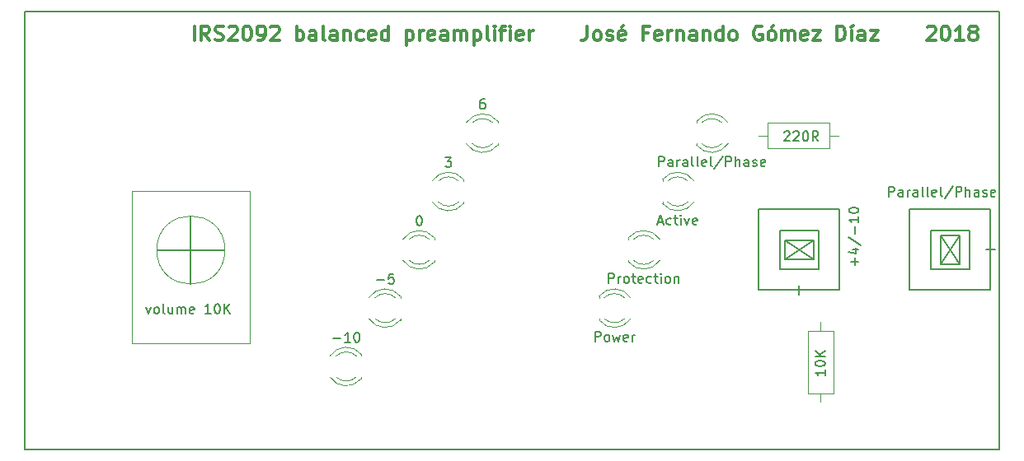
<source format=gto>
G04 #@! TF.FileFunction,Legend,Top*
%FSLAX46Y46*%
G04 Gerber Fmt 4.6, Leading zero omitted, Abs format (unit mm)*
G04 Created by KiCad (PCBNEW 4.0.7) date 03/19/18 22:43:46*
%MOMM*%
%LPD*%
G01*
G04 APERTURE LIST*
%ADD10C,0.100000*%
%ADD11C,0.300000*%
%ADD12C,0.150000*%
%ADD13C,0.120000*%
G04 APERTURE END LIST*
D10*
D11*
X136091432Y-76873571D02*
X136091432Y-75373571D01*
X137662861Y-76873571D02*
X137162861Y-76159286D01*
X136805718Y-76873571D02*
X136805718Y-75373571D01*
X137377146Y-75373571D01*
X137520004Y-75445000D01*
X137591432Y-75516429D01*
X137662861Y-75659286D01*
X137662861Y-75873571D01*
X137591432Y-76016429D01*
X137520004Y-76087857D01*
X137377146Y-76159286D01*
X136805718Y-76159286D01*
X138234289Y-76802143D02*
X138448575Y-76873571D01*
X138805718Y-76873571D01*
X138948575Y-76802143D01*
X139020004Y-76730714D01*
X139091432Y-76587857D01*
X139091432Y-76445000D01*
X139020004Y-76302143D01*
X138948575Y-76230714D01*
X138805718Y-76159286D01*
X138520004Y-76087857D01*
X138377146Y-76016429D01*
X138305718Y-75945000D01*
X138234289Y-75802143D01*
X138234289Y-75659286D01*
X138305718Y-75516429D01*
X138377146Y-75445000D01*
X138520004Y-75373571D01*
X138877146Y-75373571D01*
X139091432Y-75445000D01*
X139662860Y-75516429D02*
X139734289Y-75445000D01*
X139877146Y-75373571D01*
X140234289Y-75373571D01*
X140377146Y-75445000D01*
X140448575Y-75516429D01*
X140520003Y-75659286D01*
X140520003Y-75802143D01*
X140448575Y-76016429D01*
X139591432Y-76873571D01*
X140520003Y-76873571D01*
X141448574Y-75373571D02*
X141591431Y-75373571D01*
X141734288Y-75445000D01*
X141805717Y-75516429D01*
X141877146Y-75659286D01*
X141948574Y-75945000D01*
X141948574Y-76302143D01*
X141877146Y-76587857D01*
X141805717Y-76730714D01*
X141734288Y-76802143D01*
X141591431Y-76873571D01*
X141448574Y-76873571D01*
X141305717Y-76802143D01*
X141234288Y-76730714D01*
X141162860Y-76587857D01*
X141091431Y-76302143D01*
X141091431Y-75945000D01*
X141162860Y-75659286D01*
X141234288Y-75516429D01*
X141305717Y-75445000D01*
X141448574Y-75373571D01*
X142662859Y-76873571D02*
X142948574Y-76873571D01*
X143091431Y-76802143D01*
X143162859Y-76730714D01*
X143305717Y-76516429D01*
X143377145Y-76230714D01*
X143377145Y-75659286D01*
X143305717Y-75516429D01*
X143234288Y-75445000D01*
X143091431Y-75373571D01*
X142805717Y-75373571D01*
X142662859Y-75445000D01*
X142591431Y-75516429D01*
X142520002Y-75659286D01*
X142520002Y-76016429D01*
X142591431Y-76159286D01*
X142662859Y-76230714D01*
X142805717Y-76302143D01*
X143091431Y-76302143D01*
X143234288Y-76230714D01*
X143305717Y-76159286D01*
X143377145Y-76016429D01*
X143948573Y-75516429D02*
X144020002Y-75445000D01*
X144162859Y-75373571D01*
X144520002Y-75373571D01*
X144662859Y-75445000D01*
X144734288Y-75516429D01*
X144805716Y-75659286D01*
X144805716Y-75802143D01*
X144734288Y-76016429D01*
X143877145Y-76873571D01*
X144805716Y-76873571D01*
X146591430Y-76873571D02*
X146591430Y-75373571D01*
X146591430Y-75945000D02*
X146734287Y-75873571D01*
X147020001Y-75873571D01*
X147162858Y-75945000D01*
X147234287Y-76016429D01*
X147305716Y-76159286D01*
X147305716Y-76587857D01*
X147234287Y-76730714D01*
X147162858Y-76802143D01*
X147020001Y-76873571D01*
X146734287Y-76873571D01*
X146591430Y-76802143D01*
X148591430Y-76873571D02*
X148591430Y-76087857D01*
X148520001Y-75945000D01*
X148377144Y-75873571D01*
X148091430Y-75873571D01*
X147948573Y-75945000D01*
X148591430Y-76802143D02*
X148448573Y-76873571D01*
X148091430Y-76873571D01*
X147948573Y-76802143D01*
X147877144Y-76659286D01*
X147877144Y-76516429D01*
X147948573Y-76373571D01*
X148091430Y-76302143D01*
X148448573Y-76302143D01*
X148591430Y-76230714D01*
X149520002Y-76873571D02*
X149377144Y-76802143D01*
X149305716Y-76659286D01*
X149305716Y-75373571D01*
X150734287Y-76873571D02*
X150734287Y-76087857D01*
X150662858Y-75945000D01*
X150520001Y-75873571D01*
X150234287Y-75873571D01*
X150091430Y-75945000D01*
X150734287Y-76802143D02*
X150591430Y-76873571D01*
X150234287Y-76873571D01*
X150091430Y-76802143D01*
X150020001Y-76659286D01*
X150020001Y-76516429D01*
X150091430Y-76373571D01*
X150234287Y-76302143D01*
X150591430Y-76302143D01*
X150734287Y-76230714D01*
X151448573Y-75873571D02*
X151448573Y-76873571D01*
X151448573Y-76016429D02*
X151520001Y-75945000D01*
X151662859Y-75873571D01*
X151877144Y-75873571D01*
X152020001Y-75945000D01*
X152091430Y-76087857D01*
X152091430Y-76873571D01*
X153448573Y-76802143D02*
X153305716Y-76873571D01*
X153020002Y-76873571D01*
X152877144Y-76802143D01*
X152805716Y-76730714D01*
X152734287Y-76587857D01*
X152734287Y-76159286D01*
X152805716Y-76016429D01*
X152877144Y-75945000D01*
X153020002Y-75873571D01*
X153305716Y-75873571D01*
X153448573Y-75945000D01*
X154662858Y-76802143D02*
X154520001Y-76873571D01*
X154234287Y-76873571D01*
X154091430Y-76802143D01*
X154020001Y-76659286D01*
X154020001Y-76087857D01*
X154091430Y-75945000D01*
X154234287Y-75873571D01*
X154520001Y-75873571D01*
X154662858Y-75945000D01*
X154734287Y-76087857D01*
X154734287Y-76230714D01*
X154020001Y-76373571D01*
X156020001Y-76873571D02*
X156020001Y-75373571D01*
X156020001Y-76802143D02*
X155877144Y-76873571D01*
X155591430Y-76873571D01*
X155448572Y-76802143D01*
X155377144Y-76730714D01*
X155305715Y-76587857D01*
X155305715Y-76159286D01*
X155377144Y-76016429D01*
X155448572Y-75945000D01*
X155591430Y-75873571D01*
X155877144Y-75873571D01*
X156020001Y-75945000D01*
X157877144Y-75873571D02*
X157877144Y-77373571D01*
X157877144Y-75945000D02*
X158020001Y-75873571D01*
X158305715Y-75873571D01*
X158448572Y-75945000D01*
X158520001Y-76016429D01*
X158591430Y-76159286D01*
X158591430Y-76587857D01*
X158520001Y-76730714D01*
X158448572Y-76802143D01*
X158305715Y-76873571D01*
X158020001Y-76873571D01*
X157877144Y-76802143D01*
X159234287Y-76873571D02*
X159234287Y-75873571D01*
X159234287Y-76159286D02*
X159305715Y-76016429D01*
X159377144Y-75945000D01*
X159520001Y-75873571D01*
X159662858Y-75873571D01*
X160734286Y-76802143D02*
X160591429Y-76873571D01*
X160305715Y-76873571D01*
X160162858Y-76802143D01*
X160091429Y-76659286D01*
X160091429Y-76087857D01*
X160162858Y-75945000D01*
X160305715Y-75873571D01*
X160591429Y-75873571D01*
X160734286Y-75945000D01*
X160805715Y-76087857D01*
X160805715Y-76230714D01*
X160091429Y-76373571D01*
X162091429Y-76873571D02*
X162091429Y-76087857D01*
X162020000Y-75945000D01*
X161877143Y-75873571D01*
X161591429Y-75873571D01*
X161448572Y-75945000D01*
X162091429Y-76802143D02*
X161948572Y-76873571D01*
X161591429Y-76873571D01*
X161448572Y-76802143D01*
X161377143Y-76659286D01*
X161377143Y-76516429D01*
X161448572Y-76373571D01*
X161591429Y-76302143D01*
X161948572Y-76302143D01*
X162091429Y-76230714D01*
X162805715Y-76873571D02*
X162805715Y-75873571D01*
X162805715Y-76016429D02*
X162877143Y-75945000D01*
X163020001Y-75873571D01*
X163234286Y-75873571D01*
X163377143Y-75945000D01*
X163448572Y-76087857D01*
X163448572Y-76873571D01*
X163448572Y-76087857D02*
X163520001Y-75945000D01*
X163662858Y-75873571D01*
X163877143Y-75873571D01*
X164020001Y-75945000D01*
X164091429Y-76087857D01*
X164091429Y-76873571D01*
X164805715Y-75873571D02*
X164805715Y-77373571D01*
X164805715Y-75945000D02*
X164948572Y-75873571D01*
X165234286Y-75873571D01*
X165377143Y-75945000D01*
X165448572Y-76016429D01*
X165520001Y-76159286D01*
X165520001Y-76587857D01*
X165448572Y-76730714D01*
X165377143Y-76802143D01*
X165234286Y-76873571D01*
X164948572Y-76873571D01*
X164805715Y-76802143D01*
X166377144Y-76873571D02*
X166234286Y-76802143D01*
X166162858Y-76659286D01*
X166162858Y-75373571D01*
X166948572Y-76873571D02*
X166948572Y-75873571D01*
X166948572Y-75373571D02*
X166877143Y-75445000D01*
X166948572Y-75516429D01*
X167020000Y-75445000D01*
X166948572Y-75373571D01*
X166948572Y-75516429D01*
X167448572Y-75873571D02*
X168020001Y-75873571D01*
X167662858Y-76873571D02*
X167662858Y-75587857D01*
X167734286Y-75445000D01*
X167877144Y-75373571D01*
X168020001Y-75373571D01*
X168520001Y-76873571D02*
X168520001Y-75873571D01*
X168520001Y-75373571D02*
X168448572Y-75445000D01*
X168520001Y-75516429D01*
X168591429Y-75445000D01*
X168520001Y-75373571D01*
X168520001Y-75516429D01*
X169805715Y-76802143D02*
X169662858Y-76873571D01*
X169377144Y-76873571D01*
X169234287Y-76802143D01*
X169162858Y-76659286D01*
X169162858Y-76087857D01*
X169234287Y-75945000D01*
X169377144Y-75873571D01*
X169662858Y-75873571D01*
X169805715Y-75945000D01*
X169877144Y-76087857D01*
X169877144Y-76230714D01*
X169162858Y-76373571D01*
X170520001Y-76873571D02*
X170520001Y-75873571D01*
X170520001Y-76159286D02*
X170591429Y-76016429D01*
X170662858Y-75945000D01*
X170805715Y-75873571D01*
X170948572Y-75873571D01*
X176448571Y-75373571D02*
X176448571Y-76445000D01*
X176377143Y-76659286D01*
X176234286Y-76802143D01*
X176020000Y-76873571D01*
X175877143Y-76873571D01*
X177377143Y-76873571D02*
X177234285Y-76802143D01*
X177162857Y-76730714D01*
X177091428Y-76587857D01*
X177091428Y-76159286D01*
X177162857Y-76016429D01*
X177234285Y-75945000D01*
X177377143Y-75873571D01*
X177591428Y-75873571D01*
X177734285Y-75945000D01*
X177805714Y-76016429D01*
X177877143Y-76159286D01*
X177877143Y-76587857D01*
X177805714Y-76730714D01*
X177734285Y-76802143D01*
X177591428Y-76873571D01*
X177377143Y-76873571D01*
X178448571Y-76802143D02*
X178591428Y-76873571D01*
X178877143Y-76873571D01*
X179020000Y-76802143D01*
X179091428Y-76659286D01*
X179091428Y-76587857D01*
X179020000Y-76445000D01*
X178877143Y-76373571D01*
X178662857Y-76373571D01*
X178520000Y-76302143D01*
X178448571Y-76159286D01*
X178448571Y-76087857D01*
X178520000Y-75945000D01*
X178662857Y-75873571D01*
X178877143Y-75873571D01*
X179020000Y-75945000D01*
X180305714Y-76802143D02*
X180162857Y-76873571D01*
X179877143Y-76873571D01*
X179734286Y-76802143D01*
X179662857Y-76659286D01*
X179662857Y-76087857D01*
X179734286Y-75945000D01*
X179877143Y-75873571D01*
X180162857Y-75873571D01*
X180305714Y-75945000D01*
X180377143Y-76087857D01*
X180377143Y-76230714D01*
X179662857Y-76373571D01*
X180162857Y-75302143D02*
X179948572Y-75516429D01*
X182662857Y-76087857D02*
X182162857Y-76087857D01*
X182162857Y-76873571D02*
X182162857Y-75373571D01*
X182877143Y-75373571D01*
X184019999Y-76802143D02*
X183877142Y-76873571D01*
X183591428Y-76873571D01*
X183448571Y-76802143D01*
X183377142Y-76659286D01*
X183377142Y-76087857D01*
X183448571Y-75945000D01*
X183591428Y-75873571D01*
X183877142Y-75873571D01*
X184019999Y-75945000D01*
X184091428Y-76087857D01*
X184091428Y-76230714D01*
X183377142Y-76373571D01*
X184734285Y-76873571D02*
X184734285Y-75873571D01*
X184734285Y-76159286D02*
X184805713Y-76016429D01*
X184877142Y-75945000D01*
X185019999Y-75873571D01*
X185162856Y-75873571D01*
X185662856Y-75873571D02*
X185662856Y-76873571D01*
X185662856Y-76016429D02*
X185734284Y-75945000D01*
X185877142Y-75873571D01*
X186091427Y-75873571D01*
X186234284Y-75945000D01*
X186305713Y-76087857D01*
X186305713Y-76873571D01*
X187662856Y-76873571D02*
X187662856Y-76087857D01*
X187591427Y-75945000D01*
X187448570Y-75873571D01*
X187162856Y-75873571D01*
X187019999Y-75945000D01*
X187662856Y-76802143D02*
X187519999Y-76873571D01*
X187162856Y-76873571D01*
X187019999Y-76802143D01*
X186948570Y-76659286D01*
X186948570Y-76516429D01*
X187019999Y-76373571D01*
X187162856Y-76302143D01*
X187519999Y-76302143D01*
X187662856Y-76230714D01*
X188377142Y-75873571D02*
X188377142Y-76873571D01*
X188377142Y-76016429D02*
X188448570Y-75945000D01*
X188591428Y-75873571D01*
X188805713Y-75873571D01*
X188948570Y-75945000D01*
X189019999Y-76087857D01*
X189019999Y-76873571D01*
X190377142Y-76873571D02*
X190377142Y-75373571D01*
X190377142Y-76802143D02*
X190234285Y-76873571D01*
X189948571Y-76873571D01*
X189805713Y-76802143D01*
X189734285Y-76730714D01*
X189662856Y-76587857D01*
X189662856Y-76159286D01*
X189734285Y-76016429D01*
X189805713Y-75945000D01*
X189948571Y-75873571D01*
X190234285Y-75873571D01*
X190377142Y-75945000D01*
X191305714Y-76873571D02*
X191162856Y-76802143D01*
X191091428Y-76730714D01*
X191019999Y-76587857D01*
X191019999Y-76159286D01*
X191091428Y-76016429D01*
X191162856Y-75945000D01*
X191305714Y-75873571D01*
X191519999Y-75873571D01*
X191662856Y-75945000D01*
X191734285Y-76016429D01*
X191805714Y-76159286D01*
X191805714Y-76587857D01*
X191734285Y-76730714D01*
X191662856Y-76802143D01*
X191519999Y-76873571D01*
X191305714Y-76873571D01*
X194377142Y-75445000D02*
X194234285Y-75373571D01*
X194019999Y-75373571D01*
X193805714Y-75445000D01*
X193662856Y-75587857D01*
X193591428Y-75730714D01*
X193519999Y-76016429D01*
X193519999Y-76230714D01*
X193591428Y-76516429D01*
X193662856Y-76659286D01*
X193805714Y-76802143D01*
X194019999Y-76873571D01*
X194162856Y-76873571D01*
X194377142Y-76802143D01*
X194448571Y-76730714D01*
X194448571Y-76230714D01*
X194162856Y-76230714D01*
X195305714Y-76873571D02*
X195162856Y-76802143D01*
X195091428Y-76730714D01*
X195019999Y-76587857D01*
X195019999Y-76159286D01*
X195091428Y-76016429D01*
X195162856Y-75945000D01*
X195305714Y-75873571D01*
X195519999Y-75873571D01*
X195662856Y-75945000D01*
X195734285Y-76016429D01*
X195805714Y-76159286D01*
X195805714Y-76587857D01*
X195734285Y-76730714D01*
X195662856Y-76802143D01*
X195519999Y-76873571D01*
X195305714Y-76873571D01*
X195591428Y-75302143D02*
X195377142Y-75516429D01*
X196448571Y-76873571D02*
X196448571Y-75873571D01*
X196448571Y-76016429D02*
X196519999Y-75945000D01*
X196662857Y-75873571D01*
X196877142Y-75873571D01*
X197019999Y-75945000D01*
X197091428Y-76087857D01*
X197091428Y-76873571D01*
X197091428Y-76087857D02*
X197162857Y-75945000D01*
X197305714Y-75873571D01*
X197519999Y-75873571D01*
X197662857Y-75945000D01*
X197734285Y-76087857D01*
X197734285Y-76873571D01*
X199019999Y-76802143D02*
X198877142Y-76873571D01*
X198591428Y-76873571D01*
X198448571Y-76802143D01*
X198377142Y-76659286D01*
X198377142Y-76087857D01*
X198448571Y-75945000D01*
X198591428Y-75873571D01*
X198877142Y-75873571D01*
X199019999Y-75945000D01*
X199091428Y-76087857D01*
X199091428Y-76230714D01*
X198377142Y-76373571D01*
X199591428Y-75873571D02*
X200377142Y-75873571D01*
X199591428Y-76873571D01*
X200377142Y-76873571D01*
X202091428Y-76873571D02*
X202091428Y-75373571D01*
X202448571Y-75373571D01*
X202662856Y-75445000D01*
X202805714Y-75587857D01*
X202877142Y-75730714D01*
X202948571Y-76016429D01*
X202948571Y-76230714D01*
X202877142Y-76516429D01*
X202805714Y-76659286D01*
X202662856Y-76802143D01*
X202448571Y-76873571D01*
X202091428Y-76873571D01*
X203591428Y-76873571D02*
X203591428Y-75873571D01*
X203734285Y-75302143D02*
X203519999Y-75516429D01*
X204948571Y-76873571D02*
X204948571Y-76087857D01*
X204877142Y-75945000D01*
X204734285Y-75873571D01*
X204448571Y-75873571D01*
X204305714Y-75945000D01*
X204948571Y-76802143D02*
X204805714Y-76873571D01*
X204448571Y-76873571D01*
X204305714Y-76802143D01*
X204234285Y-76659286D01*
X204234285Y-76516429D01*
X204305714Y-76373571D01*
X204448571Y-76302143D01*
X204805714Y-76302143D01*
X204948571Y-76230714D01*
X205520000Y-75873571D02*
X206305714Y-75873571D01*
X205520000Y-76873571D01*
X206305714Y-76873571D01*
X211377142Y-75516429D02*
X211448571Y-75445000D01*
X211591428Y-75373571D01*
X211948571Y-75373571D01*
X212091428Y-75445000D01*
X212162857Y-75516429D01*
X212234285Y-75659286D01*
X212234285Y-75802143D01*
X212162857Y-76016429D01*
X211305714Y-76873571D01*
X212234285Y-76873571D01*
X213162856Y-75373571D02*
X213305713Y-75373571D01*
X213448570Y-75445000D01*
X213519999Y-75516429D01*
X213591428Y-75659286D01*
X213662856Y-75945000D01*
X213662856Y-76302143D01*
X213591428Y-76587857D01*
X213519999Y-76730714D01*
X213448570Y-76802143D01*
X213305713Y-76873571D01*
X213162856Y-76873571D01*
X213019999Y-76802143D01*
X212948570Y-76730714D01*
X212877142Y-76587857D01*
X212805713Y-76302143D01*
X212805713Y-75945000D01*
X212877142Y-75659286D01*
X212948570Y-75516429D01*
X213019999Y-75445000D01*
X213162856Y-75373571D01*
X215091427Y-76873571D02*
X214234284Y-76873571D01*
X214662856Y-76873571D02*
X214662856Y-75373571D01*
X214519999Y-75587857D01*
X214377141Y-75730714D01*
X214234284Y-75802143D01*
X215948570Y-76016429D02*
X215805712Y-75945000D01*
X215734284Y-75873571D01*
X215662855Y-75730714D01*
X215662855Y-75659286D01*
X215734284Y-75516429D01*
X215805712Y-75445000D01*
X215948570Y-75373571D01*
X216234284Y-75373571D01*
X216377141Y-75445000D01*
X216448570Y-75516429D01*
X216519998Y-75659286D01*
X216519998Y-75730714D01*
X216448570Y-75873571D01*
X216377141Y-75945000D01*
X216234284Y-76016429D01*
X215948570Y-76016429D01*
X215805712Y-76087857D01*
X215734284Y-76159286D01*
X215662855Y-76302143D01*
X215662855Y-76587857D01*
X215734284Y-76730714D01*
X215805712Y-76802143D01*
X215948570Y-76873571D01*
X216234284Y-76873571D01*
X216377141Y-76802143D01*
X216448570Y-76730714D01*
X216519998Y-76587857D01*
X216519998Y-76302143D01*
X216448570Y-76159286D01*
X216377141Y-76087857D01*
X216234284Y-76016429D01*
D12*
X118725000Y-73910000D02*
X118725000Y-118910000D01*
X218725000Y-73910000D02*
X118725000Y-73910000D01*
X218725000Y-118910000D02*
X118725000Y-118910000D01*
X218725000Y-73910000D02*
X218725000Y-118910000D01*
X132295000Y-98420000D02*
X139195000Y-98420000D01*
X135745000Y-101870000D02*
X135745000Y-94970000D01*
D10*
X139245000Y-98420000D02*
G75*
G03X139245000Y-98420000I-3500000J0D01*
G01*
D13*
X129684000Y-107980000D02*
X129684000Y-92360000D01*
X141805000Y-107980000D02*
X141805000Y-92360000D01*
X141806000Y-107980000D02*
X129684000Y-107980000D01*
X129684000Y-92360000D02*
X141805000Y-92360000D01*
X201730000Y-106715000D02*
X199110000Y-106715000D01*
X199110000Y-106715000D02*
X199110000Y-113135000D01*
X199110000Y-113135000D02*
X201730000Y-113135000D01*
X201730000Y-113135000D02*
X201730000Y-106715000D01*
X200420000Y-105825000D02*
X200420000Y-106715000D01*
X200420000Y-114025000D02*
X200420000Y-113135000D01*
X180912335Y-103316392D02*
G75*
G03X177680000Y-103159484I-1672335J-1078608D01*
G01*
X180912335Y-105473608D02*
G75*
G02X177680000Y-105630516I-1672335J1078608D01*
G01*
X180281130Y-103315163D02*
G75*
G03X178199039Y-103315000I-1041130J-1079837D01*
G01*
X180281130Y-105474837D02*
G75*
G02X178199039Y-105475000I-1041130J1079837D01*
G01*
X177680000Y-103159000D02*
X177680000Y-103315000D01*
X177680000Y-105475000D02*
X177680000Y-105631000D01*
X190912335Y-85316392D02*
G75*
G03X187680000Y-85159484I-1672335J-1078608D01*
G01*
X190912335Y-87473608D02*
G75*
G02X187680000Y-87630516I-1672335J1078608D01*
G01*
X190281130Y-85315163D02*
G75*
G03X188199039Y-85315000I-1041130J-1079837D01*
G01*
X190281130Y-87474837D02*
G75*
G02X188199039Y-87475000I-1041130J1079837D01*
G01*
X187680000Y-85159000D02*
X187680000Y-85315000D01*
X187680000Y-87475000D02*
X187680000Y-87631000D01*
X187412335Y-91316392D02*
G75*
G03X184180000Y-91159484I-1672335J-1078608D01*
G01*
X187412335Y-93473608D02*
G75*
G02X184180000Y-93630516I-1672335J1078608D01*
G01*
X186781130Y-91315163D02*
G75*
G03X184699039Y-91315000I-1041130J-1079837D01*
G01*
X186781130Y-93474837D02*
G75*
G02X184699039Y-93475000I-1041130J1079837D01*
G01*
X184180000Y-91159000D02*
X184180000Y-91315000D01*
X184180000Y-93475000D02*
X184180000Y-93631000D01*
X183912335Y-97316392D02*
G75*
G03X180680000Y-97159484I-1672335J-1078608D01*
G01*
X183912335Y-99473608D02*
G75*
G02X180680000Y-99630516I-1672335J1078608D01*
G01*
X183281130Y-97315163D02*
G75*
G03X181199039Y-97315000I-1041130J-1079837D01*
G01*
X183281130Y-99474837D02*
G75*
G02X181199039Y-99475000I-1041130J1079837D01*
G01*
X180680000Y-97159000D02*
X180680000Y-97315000D01*
X180680000Y-99475000D02*
X180680000Y-99631000D01*
X150027665Y-111473608D02*
G75*
G03X153260000Y-111630516I1672335J1078608D01*
G01*
X150027665Y-109316392D02*
G75*
G02X153260000Y-109159484I1672335J-1078608D01*
G01*
X150658870Y-111474837D02*
G75*
G03X152740961Y-111475000I1041130J1079837D01*
G01*
X150658870Y-109315163D02*
G75*
G02X152740961Y-109315000I1041130J-1079837D01*
G01*
X153260000Y-111631000D02*
X153260000Y-111475000D01*
X153260000Y-109315000D02*
X153260000Y-109159000D01*
X154027665Y-105473608D02*
G75*
G03X157260000Y-105630516I1672335J1078608D01*
G01*
X154027665Y-103316392D02*
G75*
G02X157260000Y-103159484I1672335J-1078608D01*
G01*
X154658870Y-105474837D02*
G75*
G03X156740961Y-105475000I1041130J1079837D01*
G01*
X154658870Y-103315163D02*
G75*
G02X156740961Y-103315000I1041130J-1079837D01*
G01*
X157260000Y-105631000D02*
X157260000Y-105475000D01*
X157260000Y-103315000D02*
X157260000Y-103159000D01*
X157527665Y-99473608D02*
G75*
G03X160760000Y-99630516I1672335J1078608D01*
G01*
X157527665Y-97316392D02*
G75*
G02X160760000Y-97159484I1672335J-1078608D01*
G01*
X158158870Y-99474837D02*
G75*
G03X160240961Y-99475000I1041130J1079837D01*
G01*
X158158870Y-97315163D02*
G75*
G02X160240961Y-97315000I1041130J-1079837D01*
G01*
X160760000Y-99631000D02*
X160760000Y-99475000D01*
X160760000Y-97315000D02*
X160760000Y-97159000D01*
X160527665Y-93473608D02*
G75*
G03X163760000Y-93630516I1672335J1078608D01*
G01*
X160527665Y-91316392D02*
G75*
G02X163760000Y-91159484I1672335J-1078608D01*
G01*
X161158870Y-93474837D02*
G75*
G03X163240961Y-93475000I1041130J1079837D01*
G01*
X161158870Y-91315163D02*
G75*
G02X163240961Y-91315000I1041130J-1079837D01*
G01*
X163760000Y-93631000D02*
X163760000Y-93475000D01*
X163760000Y-91315000D02*
X163760000Y-91159000D01*
X164027665Y-87473608D02*
G75*
G03X167260000Y-87630516I1672335J1078608D01*
G01*
X164027665Y-85316392D02*
G75*
G02X167260000Y-85159484I1672335J-1078608D01*
G01*
X164658870Y-87474837D02*
G75*
G03X166740961Y-87475000I1041130J1079837D01*
G01*
X164658870Y-85315163D02*
G75*
G02X166740961Y-85315000I1041130J-1079837D01*
G01*
X167260000Y-87631000D02*
X167260000Y-87475000D01*
X167260000Y-85315000D02*
X167260000Y-85159000D01*
X201350000Y-87955000D02*
X201350000Y-85335000D01*
X201350000Y-85335000D02*
X194930000Y-85335000D01*
X194930000Y-85335000D02*
X194930000Y-87955000D01*
X194930000Y-87955000D02*
X201350000Y-87955000D01*
X202240000Y-86645000D02*
X201350000Y-86645000D01*
X194040000Y-86645000D02*
X194930000Y-86645000D01*
D12*
X218370000Y-98395000D02*
X217370000Y-98395000D01*
X212720000Y-99895000D02*
X212720000Y-96895000D01*
X214720000Y-99895000D02*
X212720000Y-99895000D01*
X214720000Y-99895000D02*
X212720000Y-96895000D01*
X212720000Y-99895000D02*
X214720000Y-96895000D01*
X214720000Y-96895000D02*
X214720000Y-99895000D01*
X212720000Y-96895000D02*
X214720000Y-96895000D01*
X211720000Y-100395000D02*
X211720000Y-96395000D01*
X211720000Y-96395000D02*
X215720000Y-96395000D01*
X215720000Y-96395000D02*
X215720000Y-100395000D01*
X215720000Y-100395000D02*
X211720000Y-100395000D01*
X217870000Y-102545000D02*
X209570000Y-102545000D01*
X209570000Y-102545000D02*
X209570000Y-94245000D01*
X209570000Y-94245000D02*
X217870000Y-94245000D01*
X217870000Y-94245000D02*
X217870000Y-102545000D01*
X198220000Y-103045000D02*
X198220000Y-102045000D01*
X196720000Y-97395000D02*
X199720000Y-97395000D01*
X196720000Y-99395000D02*
X196720000Y-97395000D01*
X196720000Y-99395000D02*
X199720000Y-97395000D01*
X196720000Y-97395000D02*
X199720000Y-99395000D01*
X199720000Y-99395000D02*
X196720000Y-99395000D01*
X199720000Y-97395000D02*
X199720000Y-99395000D01*
X196220000Y-96395000D02*
X200220000Y-96395000D01*
X200220000Y-96395000D02*
X200220000Y-100395000D01*
X200220000Y-100395000D02*
X196220000Y-100395000D01*
X196220000Y-100395000D02*
X196220000Y-96395000D01*
X194070000Y-102545000D02*
X194070000Y-94245000D01*
X194070000Y-94245000D02*
X202370000Y-94245000D01*
X202370000Y-94245000D02*
X202370000Y-102545000D01*
X202370000Y-102545000D02*
X194070000Y-102545000D01*
X131136666Y-104280714D02*
X131374761Y-104947381D01*
X131612857Y-104280714D01*
X132136666Y-104947381D02*
X132041428Y-104899762D01*
X131993809Y-104852143D01*
X131946190Y-104756905D01*
X131946190Y-104471190D01*
X131993809Y-104375952D01*
X132041428Y-104328333D01*
X132136666Y-104280714D01*
X132279524Y-104280714D01*
X132374762Y-104328333D01*
X132422381Y-104375952D01*
X132470000Y-104471190D01*
X132470000Y-104756905D01*
X132422381Y-104852143D01*
X132374762Y-104899762D01*
X132279524Y-104947381D01*
X132136666Y-104947381D01*
X133041428Y-104947381D02*
X132946190Y-104899762D01*
X132898571Y-104804524D01*
X132898571Y-103947381D01*
X133850953Y-104280714D02*
X133850953Y-104947381D01*
X133422381Y-104280714D02*
X133422381Y-104804524D01*
X133470000Y-104899762D01*
X133565238Y-104947381D01*
X133708096Y-104947381D01*
X133803334Y-104899762D01*
X133850953Y-104852143D01*
X134327143Y-104947381D02*
X134327143Y-104280714D01*
X134327143Y-104375952D02*
X134374762Y-104328333D01*
X134470000Y-104280714D01*
X134612858Y-104280714D01*
X134708096Y-104328333D01*
X134755715Y-104423571D01*
X134755715Y-104947381D01*
X134755715Y-104423571D02*
X134803334Y-104328333D01*
X134898572Y-104280714D01*
X135041429Y-104280714D01*
X135136667Y-104328333D01*
X135184286Y-104423571D01*
X135184286Y-104947381D01*
X136041429Y-104899762D02*
X135946191Y-104947381D01*
X135755714Y-104947381D01*
X135660476Y-104899762D01*
X135612857Y-104804524D01*
X135612857Y-104423571D01*
X135660476Y-104328333D01*
X135755714Y-104280714D01*
X135946191Y-104280714D01*
X136041429Y-104328333D01*
X136089048Y-104423571D01*
X136089048Y-104518810D01*
X135612857Y-104614048D01*
X137803334Y-104947381D02*
X137231905Y-104947381D01*
X137517619Y-104947381D02*
X137517619Y-103947381D01*
X137422381Y-104090238D01*
X137327143Y-104185476D01*
X137231905Y-104233095D01*
X138422381Y-103947381D02*
X138517620Y-103947381D01*
X138612858Y-103995000D01*
X138660477Y-104042619D01*
X138708096Y-104137857D01*
X138755715Y-104328333D01*
X138755715Y-104566429D01*
X138708096Y-104756905D01*
X138660477Y-104852143D01*
X138612858Y-104899762D01*
X138517620Y-104947381D01*
X138422381Y-104947381D01*
X138327143Y-104899762D01*
X138279524Y-104852143D01*
X138231905Y-104756905D01*
X138184286Y-104566429D01*
X138184286Y-104328333D01*
X138231905Y-104137857D01*
X138279524Y-104042619D01*
X138327143Y-103995000D01*
X138422381Y-103947381D01*
X139184286Y-104947381D02*
X139184286Y-103947381D01*
X139755715Y-104947381D02*
X139327143Y-104375952D01*
X139755715Y-103947381D02*
X139184286Y-104518810D01*
X200872381Y-110735476D02*
X200872381Y-111306905D01*
X200872381Y-111021191D02*
X199872381Y-111021191D01*
X200015238Y-111116429D01*
X200110476Y-111211667D01*
X200158095Y-111306905D01*
X199872381Y-110116429D02*
X199872381Y-110021190D01*
X199920000Y-109925952D01*
X199967619Y-109878333D01*
X200062857Y-109830714D01*
X200253333Y-109783095D01*
X200491429Y-109783095D01*
X200681905Y-109830714D01*
X200777143Y-109878333D01*
X200824762Y-109925952D01*
X200872381Y-110021190D01*
X200872381Y-110116429D01*
X200824762Y-110211667D01*
X200777143Y-110259286D01*
X200681905Y-110306905D01*
X200491429Y-110354524D01*
X200253333Y-110354524D01*
X200062857Y-110306905D01*
X199967619Y-110259286D01*
X199920000Y-110211667D01*
X199872381Y-110116429D01*
X200872381Y-109354524D02*
X199872381Y-109354524D01*
X200872381Y-108783095D02*
X200300952Y-109211667D01*
X199872381Y-108783095D02*
X200443810Y-109354524D01*
X177263809Y-107807381D02*
X177263809Y-106807381D01*
X177644762Y-106807381D01*
X177740000Y-106855000D01*
X177787619Y-106902619D01*
X177835238Y-106997857D01*
X177835238Y-107140714D01*
X177787619Y-107235952D01*
X177740000Y-107283571D01*
X177644762Y-107331190D01*
X177263809Y-107331190D01*
X178406666Y-107807381D02*
X178311428Y-107759762D01*
X178263809Y-107712143D01*
X178216190Y-107616905D01*
X178216190Y-107331190D01*
X178263809Y-107235952D01*
X178311428Y-107188333D01*
X178406666Y-107140714D01*
X178549524Y-107140714D01*
X178644762Y-107188333D01*
X178692381Y-107235952D01*
X178740000Y-107331190D01*
X178740000Y-107616905D01*
X178692381Y-107712143D01*
X178644762Y-107759762D01*
X178549524Y-107807381D01*
X178406666Y-107807381D01*
X179073333Y-107140714D02*
X179263809Y-107807381D01*
X179454286Y-107331190D01*
X179644762Y-107807381D01*
X179835238Y-107140714D01*
X180597143Y-107759762D02*
X180501905Y-107807381D01*
X180311428Y-107807381D01*
X180216190Y-107759762D01*
X180168571Y-107664524D01*
X180168571Y-107283571D01*
X180216190Y-107188333D01*
X180311428Y-107140714D01*
X180501905Y-107140714D01*
X180597143Y-107188333D01*
X180644762Y-107283571D01*
X180644762Y-107378810D01*
X180168571Y-107474048D01*
X181073333Y-107807381D02*
X181073333Y-107140714D01*
X181073333Y-107331190D02*
X181120952Y-107235952D01*
X181168571Y-107188333D01*
X181263809Y-107140714D01*
X181359048Y-107140714D01*
X183787618Y-89807381D02*
X183787618Y-88807381D01*
X184168571Y-88807381D01*
X184263809Y-88855000D01*
X184311428Y-88902619D01*
X184359047Y-88997857D01*
X184359047Y-89140714D01*
X184311428Y-89235952D01*
X184263809Y-89283571D01*
X184168571Y-89331190D01*
X183787618Y-89331190D01*
X185216190Y-89807381D02*
X185216190Y-89283571D01*
X185168571Y-89188333D01*
X185073333Y-89140714D01*
X184882856Y-89140714D01*
X184787618Y-89188333D01*
X185216190Y-89759762D02*
X185120952Y-89807381D01*
X184882856Y-89807381D01*
X184787618Y-89759762D01*
X184739999Y-89664524D01*
X184739999Y-89569286D01*
X184787618Y-89474048D01*
X184882856Y-89426429D01*
X185120952Y-89426429D01*
X185216190Y-89378810D01*
X185692380Y-89807381D02*
X185692380Y-89140714D01*
X185692380Y-89331190D02*
X185739999Y-89235952D01*
X185787618Y-89188333D01*
X185882856Y-89140714D01*
X185978095Y-89140714D01*
X186740000Y-89807381D02*
X186740000Y-89283571D01*
X186692381Y-89188333D01*
X186597143Y-89140714D01*
X186406666Y-89140714D01*
X186311428Y-89188333D01*
X186740000Y-89759762D02*
X186644762Y-89807381D01*
X186406666Y-89807381D01*
X186311428Y-89759762D01*
X186263809Y-89664524D01*
X186263809Y-89569286D01*
X186311428Y-89474048D01*
X186406666Y-89426429D01*
X186644762Y-89426429D01*
X186740000Y-89378810D01*
X187359047Y-89807381D02*
X187263809Y-89759762D01*
X187216190Y-89664524D01*
X187216190Y-88807381D01*
X187882857Y-89807381D02*
X187787619Y-89759762D01*
X187740000Y-89664524D01*
X187740000Y-88807381D01*
X188644763Y-89759762D02*
X188549525Y-89807381D01*
X188359048Y-89807381D01*
X188263810Y-89759762D01*
X188216191Y-89664524D01*
X188216191Y-89283571D01*
X188263810Y-89188333D01*
X188359048Y-89140714D01*
X188549525Y-89140714D01*
X188644763Y-89188333D01*
X188692382Y-89283571D01*
X188692382Y-89378810D01*
X188216191Y-89474048D01*
X189263810Y-89807381D02*
X189168572Y-89759762D01*
X189120953Y-89664524D01*
X189120953Y-88807381D01*
X190359049Y-88759762D02*
X189501906Y-90045476D01*
X190692382Y-89807381D02*
X190692382Y-88807381D01*
X191073335Y-88807381D01*
X191168573Y-88855000D01*
X191216192Y-88902619D01*
X191263811Y-88997857D01*
X191263811Y-89140714D01*
X191216192Y-89235952D01*
X191168573Y-89283571D01*
X191073335Y-89331190D01*
X190692382Y-89331190D01*
X191692382Y-89807381D02*
X191692382Y-88807381D01*
X192120954Y-89807381D02*
X192120954Y-89283571D01*
X192073335Y-89188333D01*
X191978097Y-89140714D01*
X191835239Y-89140714D01*
X191740001Y-89188333D01*
X191692382Y-89235952D01*
X193025716Y-89807381D02*
X193025716Y-89283571D01*
X192978097Y-89188333D01*
X192882859Y-89140714D01*
X192692382Y-89140714D01*
X192597144Y-89188333D01*
X193025716Y-89759762D02*
X192930478Y-89807381D01*
X192692382Y-89807381D01*
X192597144Y-89759762D01*
X192549525Y-89664524D01*
X192549525Y-89569286D01*
X192597144Y-89474048D01*
X192692382Y-89426429D01*
X192930478Y-89426429D01*
X193025716Y-89378810D01*
X193454287Y-89759762D02*
X193549525Y-89807381D01*
X193740001Y-89807381D01*
X193835240Y-89759762D01*
X193882859Y-89664524D01*
X193882859Y-89616905D01*
X193835240Y-89521667D01*
X193740001Y-89474048D01*
X193597144Y-89474048D01*
X193501906Y-89426429D01*
X193454287Y-89331190D01*
X193454287Y-89283571D01*
X193501906Y-89188333D01*
X193597144Y-89140714D01*
X193740001Y-89140714D01*
X193835240Y-89188333D01*
X194692383Y-89759762D02*
X194597145Y-89807381D01*
X194406668Y-89807381D01*
X194311430Y-89759762D01*
X194263811Y-89664524D01*
X194263811Y-89283571D01*
X194311430Y-89188333D01*
X194406668Y-89140714D01*
X194597145Y-89140714D01*
X194692383Y-89188333D01*
X194740002Y-89283571D01*
X194740002Y-89378810D01*
X194263811Y-89474048D01*
X183740000Y-95521667D02*
X184216191Y-95521667D01*
X183644762Y-95807381D02*
X183978095Y-94807381D01*
X184311429Y-95807381D01*
X185073334Y-95759762D02*
X184978096Y-95807381D01*
X184787619Y-95807381D01*
X184692381Y-95759762D01*
X184644762Y-95712143D01*
X184597143Y-95616905D01*
X184597143Y-95331190D01*
X184644762Y-95235952D01*
X184692381Y-95188333D01*
X184787619Y-95140714D01*
X184978096Y-95140714D01*
X185073334Y-95188333D01*
X185359048Y-95140714D02*
X185740000Y-95140714D01*
X185501905Y-94807381D02*
X185501905Y-95664524D01*
X185549524Y-95759762D01*
X185644762Y-95807381D01*
X185740000Y-95807381D01*
X186073334Y-95807381D02*
X186073334Y-95140714D01*
X186073334Y-94807381D02*
X186025715Y-94855000D01*
X186073334Y-94902619D01*
X186120953Y-94855000D01*
X186073334Y-94807381D01*
X186073334Y-94902619D01*
X186454286Y-95140714D02*
X186692381Y-95807381D01*
X186930477Y-95140714D01*
X187692382Y-95759762D02*
X187597144Y-95807381D01*
X187406667Y-95807381D01*
X187311429Y-95759762D01*
X187263810Y-95664524D01*
X187263810Y-95283571D01*
X187311429Y-95188333D01*
X187406667Y-95140714D01*
X187597144Y-95140714D01*
X187692382Y-95188333D01*
X187740001Y-95283571D01*
X187740001Y-95378810D01*
X187263810Y-95474048D01*
X178644761Y-101807381D02*
X178644761Y-100807381D01*
X179025714Y-100807381D01*
X179120952Y-100855000D01*
X179168571Y-100902619D01*
X179216190Y-100997857D01*
X179216190Y-101140714D01*
X179168571Y-101235952D01*
X179120952Y-101283571D01*
X179025714Y-101331190D01*
X178644761Y-101331190D01*
X179644761Y-101807381D02*
X179644761Y-101140714D01*
X179644761Y-101331190D02*
X179692380Y-101235952D01*
X179739999Y-101188333D01*
X179835237Y-101140714D01*
X179930476Y-101140714D01*
X180406666Y-101807381D02*
X180311428Y-101759762D01*
X180263809Y-101712143D01*
X180216190Y-101616905D01*
X180216190Y-101331190D01*
X180263809Y-101235952D01*
X180311428Y-101188333D01*
X180406666Y-101140714D01*
X180549524Y-101140714D01*
X180644762Y-101188333D01*
X180692381Y-101235952D01*
X180740000Y-101331190D01*
X180740000Y-101616905D01*
X180692381Y-101712143D01*
X180644762Y-101759762D01*
X180549524Y-101807381D01*
X180406666Y-101807381D01*
X181025714Y-101140714D02*
X181406666Y-101140714D01*
X181168571Y-100807381D02*
X181168571Y-101664524D01*
X181216190Y-101759762D01*
X181311428Y-101807381D01*
X181406666Y-101807381D01*
X182120953Y-101759762D02*
X182025715Y-101807381D01*
X181835238Y-101807381D01*
X181740000Y-101759762D01*
X181692381Y-101664524D01*
X181692381Y-101283571D01*
X181740000Y-101188333D01*
X181835238Y-101140714D01*
X182025715Y-101140714D01*
X182120953Y-101188333D01*
X182168572Y-101283571D01*
X182168572Y-101378810D01*
X181692381Y-101474048D01*
X183025715Y-101759762D02*
X182930477Y-101807381D01*
X182740000Y-101807381D01*
X182644762Y-101759762D01*
X182597143Y-101712143D01*
X182549524Y-101616905D01*
X182549524Y-101331190D01*
X182597143Y-101235952D01*
X182644762Y-101188333D01*
X182740000Y-101140714D01*
X182930477Y-101140714D01*
X183025715Y-101188333D01*
X183311429Y-101140714D02*
X183692381Y-101140714D01*
X183454286Y-100807381D02*
X183454286Y-101664524D01*
X183501905Y-101759762D01*
X183597143Y-101807381D01*
X183692381Y-101807381D01*
X184025715Y-101807381D02*
X184025715Y-101140714D01*
X184025715Y-100807381D02*
X183978096Y-100855000D01*
X184025715Y-100902619D01*
X184073334Y-100855000D01*
X184025715Y-100807381D01*
X184025715Y-100902619D01*
X184644762Y-101807381D02*
X184549524Y-101759762D01*
X184501905Y-101712143D01*
X184454286Y-101616905D01*
X184454286Y-101331190D01*
X184501905Y-101235952D01*
X184549524Y-101188333D01*
X184644762Y-101140714D01*
X184787620Y-101140714D01*
X184882858Y-101188333D01*
X184930477Y-101235952D01*
X184978096Y-101331190D01*
X184978096Y-101616905D01*
X184930477Y-101712143D01*
X184882858Y-101759762D01*
X184787620Y-101807381D01*
X184644762Y-101807381D01*
X185406667Y-101140714D02*
X185406667Y-101807381D01*
X185406667Y-101235952D02*
X185454286Y-101188333D01*
X185549524Y-101140714D01*
X185692382Y-101140714D01*
X185787620Y-101188333D01*
X185835239Y-101283571D01*
X185835239Y-101807381D01*
X150366667Y-107506429D02*
X151128572Y-107506429D01*
X152128572Y-107887381D02*
X151557143Y-107887381D01*
X151842857Y-107887381D02*
X151842857Y-106887381D01*
X151747619Y-107030238D01*
X151652381Y-107125476D01*
X151557143Y-107173095D01*
X152747619Y-106887381D02*
X152842858Y-106887381D01*
X152938096Y-106935000D01*
X152985715Y-106982619D01*
X153033334Y-107077857D01*
X153080953Y-107268333D01*
X153080953Y-107506429D01*
X153033334Y-107696905D01*
X152985715Y-107792143D01*
X152938096Y-107839762D01*
X152842858Y-107887381D01*
X152747619Y-107887381D01*
X152652381Y-107839762D01*
X152604762Y-107792143D01*
X152557143Y-107696905D01*
X152509524Y-107506429D01*
X152509524Y-107268333D01*
X152557143Y-107077857D01*
X152604762Y-106982619D01*
X152652381Y-106935000D01*
X152747619Y-106887381D01*
X154842857Y-101506429D02*
X155604762Y-101506429D01*
X156557143Y-100887381D02*
X156080952Y-100887381D01*
X156033333Y-101363571D01*
X156080952Y-101315952D01*
X156176190Y-101268333D01*
X156414286Y-101268333D01*
X156509524Y-101315952D01*
X156557143Y-101363571D01*
X156604762Y-101458810D01*
X156604762Y-101696905D01*
X156557143Y-101792143D01*
X156509524Y-101839762D01*
X156414286Y-101887381D01*
X156176190Y-101887381D01*
X156080952Y-101839762D01*
X156033333Y-101792143D01*
X159152381Y-94887381D02*
X159247620Y-94887381D01*
X159342858Y-94935000D01*
X159390477Y-94982619D01*
X159438096Y-95077857D01*
X159485715Y-95268333D01*
X159485715Y-95506429D01*
X159438096Y-95696905D01*
X159390477Y-95792143D01*
X159342858Y-95839762D01*
X159247620Y-95887381D01*
X159152381Y-95887381D01*
X159057143Y-95839762D01*
X159009524Y-95792143D01*
X158961905Y-95696905D01*
X158914286Y-95506429D01*
X158914286Y-95268333D01*
X158961905Y-95077857D01*
X159009524Y-94982619D01*
X159057143Y-94935000D01*
X159152381Y-94887381D01*
X161866667Y-88887381D02*
X162485715Y-88887381D01*
X162152381Y-89268333D01*
X162295239Y-89268333D01*
X162390477Y-89315952D01*
X162438096Y-89363571D01*
X162485715Y-89458810D01*
X162485715Y-89696905D01*
X162438096Y-89792143D01*
X162390477Y-89839762D01*
X162295239Y-89887381D01*
X162009524Y-89887381D01*
X161914286Y-89839762D01*
X161866667Y-89792143D01*
X165890477Y-82887381D02*
X165700000Y-82887381D01*
X165604762Y-82935000D01*
X165557143Y-82982619D01*
X165461905Y-83125476D01*
X165414286Y-83315952D01*
X165414286Y-83696905D01*
X165461905Y-83792143D01*
X165509524Y-83839762D01*
X165604762Y-83887381D01*
X165795239Y-83887381D01*
X165890477Y-83839762D01*
X165938096Y-83792143D01*
X165985715Y-83696905D01*
X165985715Y-83458810D01*
X165938096Y-83363571D01*
X165890477Y-83315952D01*
X165795239Y-83268333D01*
X165604762Y-83268333D01*
X165509524Y-83315952D01*
X165461905Y-83363571D01*
X165414286Y-83458810D01*
X196681905Y-86292619D02*
X196729524Y-86245000D01*
X196824762Y-86197381D01*
X197062858Y-86197381D01*
X197158096Y-86245000D01*
X197205715Y-86292619D01*
X197253334Y-86387857D01*
X197253334Y-86483095D01*
X197205715Y-86625952D01*
X196634286Y-87197381D01*
X197253334Y-87197381D01*
X197634286Y-86292619D02*
X197681905Y-86245000D01*
X197777143Y-86197381D01*
X198015239Y-86197381D01*
X198110477Y-86245000D01*
X198158096Y-86292619D01*
X198205715Y-86387857D01*
X198205715Y-86483095D01*
X198158096Y-86625952D01*
X197586667Y-87197381D01*
X198205715Y-87197381D01*
X198824762Y-86197381D02*
X198920001Y-86197381D01*
X199015239Y-86245000D01*
X199062858Y-86292619D01*
X199110477Y-86387857D01*
X199158096Y-86578333D01*
X199158096Y-86816429D01*
X199110477Y-87006905D01*
X199062858Y-87102143D01*
X199015239Y-87149762D01*
X198920001Y-87197381D01*
X198824762Y-87197381D01*
X198729524Y-87149762D01*
X198681905Y-87102143D01*
X198634286Y-87006905D01*
X198586667Y-86816429D01*
X198586667Y-86578333D01*
X198634286Y-86387857D01*
X198681905Y-86292619D01*
X198729524Y-86245000D01*
X198824762Y-86197381D01*
X200158096Y-87197381D02*
X199824762Y-86721190D01*
X199586667Y-87197381D02*
X199586667Y-86197381D01*
X199967620Y-86197381D01*
X200062858Y-86245000D01*
X200110477Y-86292619D01*
X200158096Y-86387857D01*
X200158096Y-86530714D01*
X200110477Y-86625952D01*
X200062858Y-86673571D01*
X199967620Y-86721190D01*
X199586667Y-86721190D01*
X207417618Y-92897381D02*
X207417618Y-91897381D01*
X207798571Y-91897381D01*
X207893809Y-91945000D01*
X207941428Y-91992619D01*
X207989047Y-92087857D01*
X207989047Y-92230714D01*
X207941428Y-92325952D01*
X207893809Y-92373571D01*
X207798571Y-92421190D01*
X207417618Y-92421190D01*
X208846190Y-92897381D02*
X208846190Y-92373571D01*
X208798571Y-92278333D01*
X208703333Y-92230714D01*
X208512856Y-92230714D01*
X208417618Y-92278333D01*
X208846190Y-92849762D02*
X208750952Y-92897381D01*
X208512856Y-92897381D01*
X208417618Y-92849762D01*
X208369999Y-92754524D01*
X208369999Y-92659286D01*
X208417618Y-92564048D01*
X208512856Y-92516429D01*
X208750952Y-92516429D01*
X208846190Y-92468810D01*
X209322380Y-92897381D02*
X209322380Y-92230714D01*
X209322380Y-92421190D02*
X209369999Y-92325952D01*
X209417618Y-92278333D01*
X209512856Y-92230714D01*
X209608095Y-92230714D01*
X210370000Y-92897381D02*
X210370000Y-92373571D01*
X210322381Y-92278333D01*
X210227143Y-92230714D01*
X210036666Y-92230714D01*
X209941428Y-92278333D01*
X210370000Y-92849762D02*
X210274762Y-92897381D01*
X210036666Y-92897381D01*
X209941428Y-92849762D01*
X209893809Y-92754524D01*
X209893809Y-92659286D01*
X209941428Y-92564048D01*
X210036666Y-92516429D01*
X210274762Y-92516429D01*
X210370000Y-92468810D01*
X210989047Y-92897381D02*
X210893809Y-92849762D01*
X210846190Y-92754524D01*
X210846190Y-91897381D01*
X211512857Y-92897381D02*
X211417619Y-92849762D01*
X211370000Y-92754524D01*
X211370000Y-91897381D01*
X212274763Y-92849762D02*
X212179525Y-92897381D01*
X211989048Y-92897381D01*
X211893810Y-92849762D01*
X211846191Y-92754524D01*
X211846191Y-92373571D01*
X211893810Y-92278333D01*
X211989048Y-92230714D01*
X212179525Y-92230714D01*
X212274763Y-92278333D01*
X212322382Y-92373571D01*
X212322382Y-92468810D01*
X211846191Y-92564048D01*
X212893810Y-92897381D02*
X212798572Y-92849762D01*
X212750953Y-92754524D01*
X212750953Y-91897381D01*
X213989049Y-91849762D02*
X213131906Y-93135476D01*
X214322382Y-92897381D02*
X214322382Y-91897381D01*
X214703335Y-91897381D01*
X214798573Y-91945000D01*
X214846192Y-91992619D01*
X214893811Y-92087857D01*
X214893811Y-92230714D01*
X214846192Y-92325952D01*
X214798573Y-92373571D01*
X214703335Y-92421190D01*
X214322382Y-92421190D01*
X215322382Y-92897381D02*
X215322382Y-91897381D01*
X215750954Y-92897381D02*
X215750954Y-92373571D01*
X215703335Y-92278333D01*
X215608097Y-92230714D01*
X215465239Y-92230714D01*
X215370001Y-92278333D01*
X215322382Y-92325952D01*
X216655716Y-92897381D02*
X216655716Y-92373571D01*
X216608097Y-92278333D01*
X216512859Y-92230714D01*
X216322382Y-92230714D01*
X216227144Y-92278333D01*
X216655716Y-92849762D02*
X216560478Y-92897381D01*
X216322382Y-92897381D01*
X216227144Y-92849762D01*
X216179525Y-92754524D01*
X216179525Y-92659286D01*
X216227144Y-92564048D01*
X216322382Y-92516429D01*
X216560478Y-92516429D01*
X216655716Y-92468810D01*
X217084287Y-92849762D02*
X217179525Y-92897381D01*
X217370001Y-92897381D01*
X217465240Y-92849762D01*
X217512859Y-92754524D01*
X217512859Y-92706905D01*
X217465240Y-92611667D01*
X217370001Y-92564048D01*
X217227144Y-92564048D01*
X217131906Y-92516429D01*
X217084287Y-92421190D01*
X217084287Y-92373571D01*
X217131906Y-92278333D01*
X217227144Y-92230714D01*
X217370001Y-92230714D01*
X217465240Y-92278333D01*
X218322383Y-92849762D02*
X218227145Y-92897381D01*
X218036668Y-92897381D01*
X217941430Y-92849762D01*
X217893811Y-92754524D01*
X217893811Y-92373571D01*
X217941430Y-92278333D01*
X218036668Y-92230714D01*
X218227145Y-92230714D01*
X218322383Y-92278333D01*
X218370002Y-92373571D01*
X218370002Y-92468810D01*
X217893811Y-92564048D01*
X203941429Y-99997381D02*
X203941429Y-99235476D01*
X204322381Y-99616428D02*
X203560476Y-99616428D01*
X203655714Y-98330714D02*
X204322381Y-98330714D01*
X203274762Y-98568810D02*
X203989048Y-98806905D01*
X203989048Y-98187857D01*
X203274762Y-97092619D02*
X204560476Y-97949762D01*
X203941429Y-96759286D02*
X203941429Y-95997381D01*
X204322381Y-94997381D02*
X204322381Y-95568810D01*
X204322381Y-95283096D02*
X203322381Y-95283096D01*
X203465238Y-95378334D01*
X203560476Y-95473572D01*
X203608095Y-95568810D01*
X203322381Y-94378334D02*
X203322381Y-94283095D01*
X203370000Y-94187857D01*
X203417619Y-94140238D01*
X203512857Y-94092619D01*
X203703333Y-94045000D01*
X203941429Y-94045000D01*
X204131905Y-94092619D01*
X204227143Y-94140238D01*
X204274762Y-94187857D01*
X204322381Y-94283095D01*
X204322381Y-94378334D01*
X204274762Y-94473572D01*
X204227143Y-94521191D01*
X204131905Y-94568810D01*
X203941429Y-94616429D01*
X203703333Y-94616429D01*
X203512857Y-94568810D01*
X203417619Y-94521191D01*
X203370000Y-94473572D01*
X203322381Y-94378334D01*
M02*

</source>
